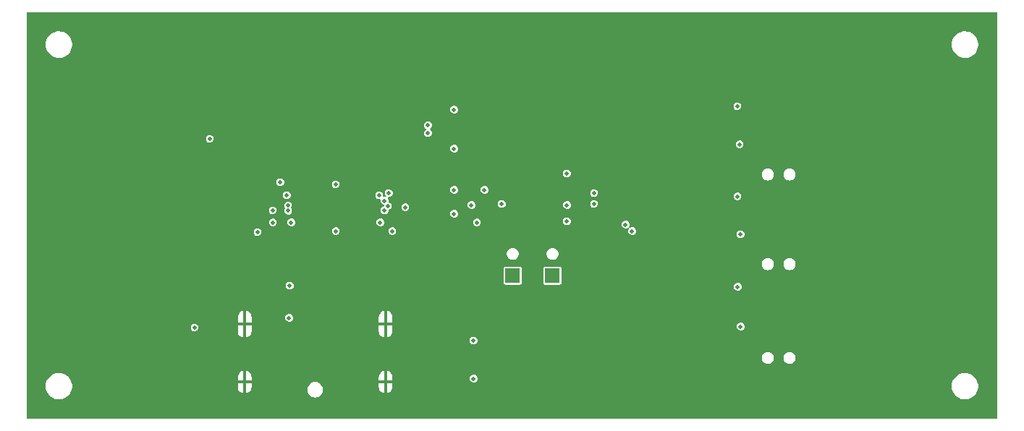
<source format=gbr>
G04 #@! TF.GenerationSoftware,KiCad,Pcbnew,(5.99.0-2858-ga3fc028c9b)*
G04 #@! TF.CreationDate,2020-08-26T16:16:25+02:00*
G04 #@! TF.ProjectId,EDSCH0002-V2-A,45445343-4830-4303-9032-2d56322d412e,V2.0*
G04 #@! TF.SameCoordinates,PX3235458PY54a6c6c*
G04 #@! TF.FileFunction,Copper,L3,Inr*
G04 #@! TF.FilePolarity,Positive*
%FSLAX46Y46*%
G04 Gerber Fmt 4.6, Leading zero omitted, Abs format (unit mm)*
G04 Created by KiCad (PCBNEW (5.99.0-2858-ga3fc028c9b)) date 2020-08-26 16:16:25*
%MOMM*%
%LPD*%
G01*
G04 APERTURE LIST*
G04 #@! TA.AperFunction,ComponentPad*
%ADD10R,1.700000X1.700000*%
G04 #@! TD*
G04 #@! TA.AperFunction,ComponentPad*
%ADD11C,0.500000*%
G04 #@! TD*
G04 #@! TA.AperFunction,ViaPad*
%ADD12C,0.500000*%
G04 #@! TD*
G04 APERTURE END LIST*
D10*
X61730000Y16942000D03*
D11*
X38927000Y24794000D03*
X33927000Y24794000D03*
D10*
X57080000Y16942000D03*
D12*
X83242000Y31420000D03*
X90735000Y35039500D03*
X83525000Y9957000D03*
X89398000Y14900500D03*
X90735000Y14015000D03*
X89398000Y25361000D03*
X31299000Y31801000D03*
X34220000Y33071000D03*
X36760000Y33071000D03*
X40697000Y33071000D03*
X32569000Y35103000D03*
X36760000Y35103000D03*
X39427000Y35103000D03*
X40824000Y37389000D03*
X36760000Y37389000D03*
X32569000Y37389000D03*
X27235000Y37389000D03*
X32569000Y40437000D03*
X36760000Y40437000D03*
X40824000Y40437000D03*
X45142000Y40437000D03*
X45142000Y37389000D03*
X27235000Y40437000D03*
X42856000Y35103000D03*
X27235000Y33071000D03*
X32569000Y18212000D03*
X40316000Y18212000D03*
X36506000Y18212000D03*
X31299000Y19990000D03*
X28632000Y19990000D03*
X24949000Y19990000D03*
X24949000Y24943000D03*
X24949000Y28118000D03*
X24949000Y30404000D03*
X31299000Y29261000D03*
X41586000Y19990000D03*
X44507000Y19990000D03*
X48063000Y19990000D03*
X46920000Y24562000D03*
X48444000Y26467000D03*
X46920000Y28499000D03*
X41586000Y29261000D03*
X44761000Y29261000D03*
X64446000Y42342000D03*
X66478000Y42342000D03*
X69526000Y42342000D03*
X73580000Y42342000D03*
X77517000Y42342000D03*
X81589000Y42348000D03*
X85526000Y42348000D03*
X89590000Y42348000D03*
X93527000Y42348000D03*
X71390000Y42348000D03*
X75454000Y42348000D03*
X79391000Y42348000D03*
X83344000Y42348000D03*
X87408000Y42348000D03*
X91345000Y42348000D03*
X61652000Y26086000D03*
X61652000Y24181000D03*
X36125000Y42215000D03*
X56445000Y42342000D03*
X53524000Y4877000D03*
X10140800Y10795200D03*
X90735000Y24562000D03*
X61652000Y28118000D03*
X71050000Y30785000D03*
X27235000Y42088000D03*
X54667000Y25324000D03*
X37522000Y12243000D03*
X72701000Y22911000D03*
X67367000Y42342000D03*
X82353000Y15626000D03*
X97466000Y42342000D03*
X65075000Y30779000D03*
X17456000Y42088000D03*
X35998000Y12243000D03*
X51238000Y22403000D03*
X44507000Y42342000D03*
X20377000Y41961000D03*
X46412000Y42342000D03*
X36506000Y19609000D03*
X60509000Y42342000D03*
X54408000Y42347000D03*
X82353000Y36754000D03*
X31426000Y42215000D03*
X50476000Y42342000D03*
X82353000Y21641000D03*
X49460000Y42342000D03*
X51261000Y36350000D03*
X33331000Y42215000D03*
X82353000Y32182000D03*
X31934000Y15672000D03*
X36506000Y30150000D03*
X50349000Y25959000D03*
X53524000Y9322000D03*
X95408000Y42368000D03*
X40316000Y42342000D03*
X37141000Y42215000D03*
X51238000Y31801000D03*
X82353000Y26213000D03*
X58477000Y42342000D03*
X89398000Y35925000D03*
X47428000Y42342000D03*
X62414000Y42342000D03*
X72066000Y22149000D03*
X39046000Y12116000D03*
X52508000Y42342000D03*
X83496000Y20879000D03*
X34474000Y12243000D03*
X41205000Y42342000D03*
X82353000Y10973000D03*
X31172000Y23165000D03*
X29013000Y23165000D03*
X30664000Y26340000D03*
X29013000Y24562000D03*
X41586000Y23165000D03*
X42984000Y22149000D03*
X42602000Y26594000D03*
X41459000Y26340000D03*
X83369000Y26213000D03*
X52508000Y9322000D03*
X55810000Y25324000D03*
X71050000Y22149000D03*
X50222000Y31801000D03*
X83750000Y10973000D03*
X63430000Y25197000D03*
X83398000Y15626000D03*
X31000990Y15754990D03*
X52254000Y25197000D03*
X30918000Y11989000D03*
X44507000Y24943000D03*
X36379000Y27610000D03*
X19869000Y10846000D03*
X71050000Y22149000D03*
X52889000Y23165000D03*
X52508000Y4877000D03*
X70288000Y22911000D03*
X36379000Y22149000D03*
X63430000Y23292000D03*
X63430000Y28880000D03*
X83750000Y21768000D03*
X83623000Y32309000D03*
X83369000Y36754000D03*
X50222000Y36373000D03*
X47175000Y33645500D03*
X47175000Y34534500D03*
X42094000Y24562000D03*
X53778000Y26975000D03*
X42475000Y25070000D03*
X50222000Y26975000D03*
X50222000Y24181000D03*
X42094000Y25705000D03*
X27235000Y22022000D03*
X30809000Y24544000D03*
X66605000Y26594000D03*
X66605000Y25324000D03*
X29902000Y27864000D03*
X30788480Y25143651D03*
X21647000Y32944000D03*
G04 #@! TA.AperFunction,Conductor*
G36*
X113759191Y47781093D02*
G01*
X113800000Y47701000D01*
X113800001Y299000D01*
X113781094Y240809D01*
X113731594Y204845D01*
X113701001Y200000D01*
X299000Y200000D01*
X240809Y218907D01*
X200000Y299000D01*
X200000Y4016285D01*
X2445043Y4016285D01*
X2445043Y4016283D01*
X2462443Y3767462D01*
X2519399Y3524632D01*
X2519399Y3524630D01*
X2614445Y3294030D01*
X2745145Y3081581D01*
X2745152Y3081572D01*
X2908119Y2892775D01*
X2908126Y2892767D01*
X3099190Y2732445D01*
X3099199Y2732438D01*
X3313435Y2604728D01*
X3545349Y2512906D01*
X3788963Y2459345D01*
X4037989Y2445422D01*
X4286051Y2471494D01*
X4526752Y2536891D01*
X4753898Y2639929D01*
X4753905Y2639933D01*
X4961649Y2777958D01*
X4961648Y2777958D01*
X5144658Y2947425D01*
X5144668Y2947436D01*
X5298220Y3143974D01*
X5298227Y3143985D01*
X5418383Y3362549D01*
X5502054Y3597524D01*
X5547080Y3842853D01*
X5550033Y4124714D01*
X5516526Y4331599D01*
X24918801Y4331599D01*
X24918801Y3886473D01*
X24933745Y3753240D01*
X24933746Y3753234D01*
X24992768Y3583748D01*
X24992771Y3583743D01*
X25087879Y3431538D01*
X25214347Y3304184D01*
X25214350Y3304182D01*
X25365883Y3208016D01*
X25534963Y3147810D01*
X25534971Y3147808D01*
X25568800Y3143774D01*
X25568800Y4331599D01*
X25868800Y4331599D01*
X25868800Y3142914D01*
X25891677Y3145319D01*
X25891679Y3145319D01*
X26061574Y3203155D01*
X26061578Y3203157D01*
X26214441Y3297198D01*
X26342681Y3422781D01*
X26439904Y3573641D01*
X26477228Y3676191D01*
X33068800Y3676191D01*
X33068800Y3487009D01*
X33108135Y3301954D01*
X33108138Y3301947D01*
X33185079Y3129132D01*
X33185083Y3129125D01*
X33296290Y2976062D01*
X33296291Y2976061D01*
X33436877Y2849476D01*
X33436883Y2849472D01*
X33600711Y2754886D01*
X33600725Y2754879D01*
X33780644Y2696419D01*
X33968800Y2676643D01*
X34156956Y2696419D01*
X34336875Y2754879D01*
X34336889Y2754886D01*
X34500717Y2849472D01*
X34500723Y2849476D01*
X34641309Y2976061D01*
X34641310Y2976062D01*
X34752517Y3129125D01*
X34752521Y3129132D01*
X34829462Y3301947D01*
X34829465Y3301954D01*
X34868800Y3487009D01*
X34868800Y3676191D01*
X34829465Y3861246D01*
X34829462Y3861253D01*
X34752521Y4034068D01*
X34752517Y4034075D01*
X34641310Y4187138D01*
X34641309Y4187139D01*
X34500723Y4313724D01*
X34500717Y4313728D01*
X34469764Y4331599D01*
X41418801Y4331599D01*
X41418801Y3886473D01*
X41433745Y3753240D01*
X41433746Y3753234D01*
X41492768Y3583748D01*
X41492771Y3583743D01*
X41587879Y3431538D01*
X41714347Y3304184D01*
X41714350Y3304182D01*
X41865883Y3208016D01*
X42034963Y3147810D01*
X42034971Y3147808D01*
X42068800Y3143774D01*
X42068800Y4331599D01*
X42368800Y4331599D01*
X42368800Y3142914D01*
X42391677Y3145319D01*
X42391679Y3145319D01*
X42561574Y3203155D01*
X42561578Y3203157D01*
X42714441Y3297198D01*
X42842681Y3422781D01*
X42939904Y3573641D01*
X43001289Y3742297D01*
X43018800Y3889156D01*
X43018800Y4016285D01*
X108445043Y4016285D01*
X108445043Y4016283D01*
X108462443Y3767462D01*
X108519399Y3524632D01*
X108519399Y3524630D01*
X108614445Y3294030D01*
X108745145Y3081581D01*
X108745152Y3081572D01*
X108908119Y2892775D01*
X108908126Y2892767D01*
X109099190Y2732445D01*
X109099199Y2732438D01*
X109313435Y2604728D01*
X109545349Y2512906D01*
X109788963Y2459345D01*
X110037989Y2445422D01*
X110286051Y2471494D01*
X110526752Y2536891D01*
X110753898Y2639929D01*
X110753905Y2639933D01*
X110961649Y2777958D01*
X110961648Y2777958D01*
X111144658Y2947425D01*
X111144668Y2947436D01*
X111298220Y3143974D01*
X111298227Y3143985D01*
X111418383Y3362549D01*
X111502054Y3597524D01*
X111547080Y3842853D01*
X111550033Y4124714D01*
X111510155Y4370931D01*
X111431424Y4607603D01*
X111431424Y4607604D01*
X111315869Y4828640D01*
X111166456Y5028365D01*
X111166451Y5028370D01*
X110987040Y5201627D01*
X110782217Y5343983D01*
X110557284Y5451754D01*
X110317999Y5522181D01*
X110070556Y5553440D01*
X110070543Y5553440D01*
X109821268Y5544736D01*
X109576591Y5496288D01*
X109576585Y5496286D01*
X109342812Y5409347D01*
X109342809Y5409346D01*
X109125942Y5286148D01*
X108931548Y5129852D01*
X108931545Y5129850D01*
X108764654Y4944497D01*
X108629538Y4734840D01*
X108629537Y4734838D01*
X108529679Y4506273D01*
X108467650Y4264686D01*
X108445043Y4016285D01*
X43018800Y4016285D01*
X43018800Y4331599D01*
X43018799Y4331600D01*
X42368801Y4331600D01*
X42368800Y4331599D01*
X42068800Y4331599D01*
X42068799Y4331600D01*
X41418802Y4331600D01*
X41418801Y4331599D01*
X34469764Y4331599D01*
X34336889Y4408314D01*
X34336875Y4408321D01*
X34156956Y4466781D01*
X33968800Y4486557D01*
X33780644Y4466781D01*
X33600725Y4408321D01*
X33600711Y4408314D01*
X33436883Y4313728D01*
X33436877Y4313724D01*
X33296291Y4187139D01*
X33296290Y4187138D01*
X33185083Y4034075D01*
X33185079Y4034068D01*
X33108138Y3861253D01*
X33108135Y3861246D01*
X33068800Y3676191D01*
X26477228Y3676191D01*
X26501289Y3742297D01*
X26518800Y3889156D01*
X26518800Y4331599D01*
X26518799Y4331600D01*
X25868801Y4331600D01*
X25868800Y4331599D01*
X25568800Y4331599D01*
X25568799Y4331600D01*
X24918802Y4331600D01*
X24918801Y4331599D01*
X5516526Y4331599D01*
X5510155Y4370931D01*
X5431424Y4607603D01*
X5431424Y4607604D01*
X5315869Y4828640D01*
X5166456Y5028365D01*
X5166451Y5028370D01*
X5119156Y5074043D01*
X24918800Y5074043D01*
X24918800Y4631601D01*
X24918801Y4631600D01*
X25568799Y4631600D01*
X25568800Y4631601D01*
X25868800Y4631601D01*
X25868801Y4631600D01*
X26518799Y4631600D01*
X26518800Y4631601D01*
X26518800Y5074043D01*
X41418800Y5074043D01*
X41418800Y4631601D01*
X41418801Y4631600D01*
X42068799Y4631600D01*
X42068800Y4631601D01*
X42368800Y4631601D01*
X42368801Y4631600D01*
X43018799Y4631600D01*
X43018800Y4631601D01*
X43018800Y4882193D01*
X52050235Y4882193D01*
X52079057Y4717051D01*
X52165398Y4573355D01*
X52297678Y4470380D01*
X52458165Y4421927D01*
X52625326Y4434496D01*
X52625330Y4434497D01*
X52776759Y4506401D01*
X52776762Y4506404D01*
X52892156Y4628003D01*
X52956038Y4782992D01*
X52958055Y4960820D01*
X52897708Y5117214D01*
X52897705Y5117219D01*
X52785101Y5241404D01*
X52785102Y5241404D01*
X52635337Y5316728D01*
X52468496Y5333086D01*
X52306958Y5288288D01*
X52172374Y5188337D01*
X52172371Y5188333D01*
X52082797Y5046640D01*
X52082796Y5046638D01*
X52050236Y4882198D01*
X52050235Y4882193D01*
X43018800Y4882193D01*
X43018800Y5076727D01*
X43003856Y5209960D01*
X43003855Y5209966D01*
X42944833Y5379452D01*
X42944830Y5379457D01*
X42849723Y5531661D01*
X42849720Y5531664D01*
X42723253Y5659016D01*
X42723250Y5659018D01*
X42571717Y5755184D01*
X42402637Y5815390D01*
X42402629Y5815392D01*
X42368800Y5819426D01*
X42368800Y4631601D01*
X42068800Y4631601D01*
X42068800Y5820286D01*
X42045922Y5817881D01*
X41876026Y5760045D01*
X41876022Y5760043D01*
X41723158Y5666001D01*
X41723149Y5665994D01*
X41594926Y5540427D01*
X41594919Y5540418D01*
X41497696Y5389558D01*
X41436311Y5220902D01*
X41418800Y5074043D01*
X26518800Y5074043D01*
X26518800Y5076727D01*
X26503856Y5209960D01*
X26503855Y5209966D01*
X26444833Y5379452D01*
X26444830Y5379457D01*
X26349723Y5531661D01*
X26349720Y5531664D01*
X26223253Y5659016D01*
X26223250Y5659018D01*
X26071717Y5755184D01*
X25902637Y5815390D01*
X25902629Y5815392D01*
X25868800Y5819426D01*
X25868800Y4631601D01*
X25568800Y4631601D01*
X25568800Y5820286D01*
X25545922Y5817881D01*
X25376026Y5760045D01*
X25376022Y5760043D01*
X25223158Y5666001D01*
X25223149Y5665994D01*
X25094926Y5540427D01*
X25094919Y5540418D01*
X24997696Y5389558D01*
X24936311Y5220902D01*
X24918800Y5074043D01*
X5119156Y5074043D01*
X4987040Y5201627D01*
X4782217Y5343983D01*
X4557284Y5451754D01*
X4317999Y5522181D01*
X4070556Y5553440D01*
X4070543Y5553440D01*
X3821268Y5544736D01*
X3576591Y5496288D01*
X3576585Y5496286D01*
X3342812Y5409347D01*
X3342809Y5409346D01*
X3125942Y5286148D01*
X2931548Y5129852D01*
X2931545Y5129850D01*
X2764654Y4944497D01*
X2629538Y4734840D01*
X2629537Y4734838D01*
X2529679Y4506273D01*
X2467650Y4264686D01*
X2445043Y4016285D01*
X200000Y4016285D01*
X200000Y7212620D01*
X86224118Y7212620D01*
X86262806Y7047672D01*
X86339724Y6896712D01*
X86450430Y6768457D01*
X86588538Y6670309D01*
X86588539Y6670308D01*
X86746061Y6607942D01*
X86746069Y6607939D01*
X86913923Y6584946D01*
X86913925Y6584946D01*
X87082424Y6602656D01*
X87241834Y6660047D01*
X87241834Y6660048D01*
X87382954Y6753809D01*
X87497632Y6878519D01*
X87497634Y6878522D01*
X87579254Y7026989D01*
X87623105Y7190642D01*
X87623335Y7212620D01*
X88764118Y7212620D01*
X88802806Y7047672D01*
X88879724Y6896712D01*
X88990430Y6768457D01*
X89128538Y6670309D01*
X89128539Y6670308D01*
X89286061Y6607942D01*
X89286069Y6607939D01*
X89453923Y6584946D01*
X89453925Y6584946D01*
X89622424Y6602656D01*
X89781834Y6660047D01*
X89781834Y6660048D01*
X89922954Y6753809D01*
X90037632Y6878519D01*
X90037634Y6878522D01*
X90119254Y7026989D01*
X90163105Y7190642D01*
X90165034Y7374714D01*
X90165033Y7374716D01*
X90124622Y7539246D01*
X90124620Y7539249D01*
X90046127Y7689394D01*
X90046126Y7689395D01*
X89934082Y7816484D01*
X89794955Y7913179D01*
X89636787Y7973895D01*
X89636778Y7973898D01*
X89468697Y7995130D01*
X89468688Y7995130D01*
X89300389Y7975658D01*
X89141586Y7916599D01*
X89001456Y7821366D01*
X88888088Y7695459D01*
X88808025Y7546141D01*
X88765892Y7382040D01*
X88764118Y7212620D01*
X87623335Y7212620D01*
X87625034Y7374714D01*
X87625033Y7374716D01*
X87584622Y7539246D01*
X87584620Y7539249D01*
X87506127Y7689394D01*
X87506126Y7689395D01*
X87394082Y7816484D01*
X87254955Y7913179D01*
X87096787Y7973895D01*
X87096778Y7973898D01*
X86928697Y7995130D01*
X86928688Y7995130D01*
X86760389Y7975658D01*
X86601586Y7916599D01*
X86461456Y7821366D01*
X86348088Y7695459D01*
X86268025Y7546141D01*
X86225892Y7382040D01*
X86224118Y7212620D01*
X200000Y7212620D01*
X200000Y9327193D01*
X52050235Y9327193D01*
X52079057Y9162051D01*
X52165398Y9018355D01*
X52297678Y8915380D01*
X52458165Y8866927D01*
X52625326Y8879496D01*
X52625330Y8879497D01*
X52776759Y8951401D01*
X52776762Y8951404D01*
X52892156Y9073003D01*
X52956038Y9227992D01*
X52958055Y9405820D01*
X52897708Y9562214D01*
X52897705Y9562219D01*
X52785101Y9686404D01*
X52785102Y9686404D01*
X52635337Y9761728D01*
X52468496Y9778086D01*
X52306958Y9733288D01*
X52172374Y9633337D01*
X52172371Y9633333D01*
X52082797Y9491640D01*
X52082796Y9491638D01*
X52050236Y9327198D01*
X52050235Y9327193D01*
X200000Y9327193D01*
X200000Y10851193D01*
X19411235Y10851193D01*
X19440057Y10686051D01*
X19526398Y10542355D01*
X19658678Y10439380D01*
X19819165Y10390927D01*
X19986326Y10403496D01*
X19986330Y10403497D01*
X20137759Y10475401D01*
X20137762Y10475404D01*
X20253156Y10597003D01*
X20317038Y10751992D01*
X20319055Y10929820D01*
X20258708Y11086214D01*
X20258705Y11086219D01*
X20235692Y11111599D01*
X24918801Y11111599D01*
X24918801Y10416473D01*
X24933745Y10283240D01*
X24933746Y10283234D01*
X24992768Y10113748D01*
X24992771Y10113743D01*
X25087879Y9961538D01*
X25214347Y9834184D01*
X25214350Y9834182D01*
X25365883Y9738016D01*
X25534963Y9677810D01*
X25534971Y9677808D01*
X25568800Y9673774D01*
X25568800Y11111599D01*
X25868800Y11111599D01*
X25868800Y9672914D01*
X25891677Y9675319D01*
X25891679Y9675319D01*
X26061574Y9733155D01*
X26061578Y9733157D01*
X26214441Y9827198D01*
X26342681Y9952781D01*
X26439904Y10103641D01*
X26501289Y10272297D01*
X26518800Y10419156D01*
X26518800Y11111599D01*
X41418801Y11111599D01*
X41418801Y10416473D01*
X41433745Y10283240D01*
X41433746Y10283234D01*
X41492768Y10113748D01*
X41492771Y10113743D01*
X41587879Y9961538D01*
X41714347Y9834184D01*
X41714350Y9834182D01*
X41865883Y9738016D01*
X42034963Y9677810D01*
X42034971Y9677808D01*
X42068800Y9673774D01*
X42068800Y11111599D01*
X42368800Y11111599D01*
X42368800Y9672914D01*
X42391677Y9675319D01*
X42391679Y9675319D01*
X42561574Y9733155D01*
X42561578Y9733157D01*
X42714441Y9827198D01*
X42842681Y9952781D01*
X42939904Y10103641D01*
X43001289Y10272297D01*
X43018800Y10419156D01*
X43018800Y10978193D01*
X83292235Y10978193D01*
X83321057Y10813051D01*
X83407398Y10669355D01*
X83539678Y10566380D01*
X83700165Y10517927D01*
X83867326Y10530496D01*
X83867330Y10530497D01*
X84018759Y10602401D01*
X84018762Y10602404D01*
X84134156Y10724003D01*
X84198038Y10878992D01*
X84200055Y11056820D01*
X84139708Y11213214D01*
X84139705Y11213219D01*
X84027101Y11337404D01*
X84027102Y11337404D01*
X83877337Y11412728D01*
X83710496Y11429086D01*
X83548958Y11384288D01*
X83414374Y11284337D01*
X83414371Y11284333D01*
X83324797Y11142640D01*
X83324796Y11142638D01*
X83292236Y10978198D01*
X83292235Y10978193D01*
X43018800Y10978193D01*
X43018800Y11111599D01*
X43018799Y11111600D01*
X42368801Y11111600D01*
X42368800Y11111599D01*
X42068800Y11111599D01*
X42068799Y11111600D01*
X41418802Y11111600D01*
X41418801Y11111599D01*
X26518800Y11111599D01*
X26518799Y11111600D01*
X25868801Y11111600D01*
X25868800Y11111599D01*
X25568800Y11111599D01*
X25568799Y11111600D01*
X24918802Y11111600D01*
X24918801Y11111599D01*
X20235692Y11111599D01*
X20146101Y11210404D01*
X20146102Y11210404D01*
X19996337Y11285728D01*
X19829496Y11302086D01*
X19667958Y11257288D01*
X19533374Y11157337D01*
X19533371Y11157333D01*
X19443797Y11015640D01*
X19443796Y11015638D01*
X19411236Y10851198D01*
X19411235Y10851193D01*
X200000Y10851193D01*
X200000Y12104043D01*
X24918800Y12104043D01*
X24918800Y11411601D01*
X24918801Y11411600D01*
X25568799Y11411600D01*
X25568800Y11411601D01*
X25868800Y11411601D01*
X25868801Y11411600D01*
X26518799Y11411600D01*
X26518800Y11411601D01*
X26518800Y11994193D01*
X30460235Y11994193D01*
X30489057Y11829051D01*
X30575398Y11685355D01*
X30707678Y11582380D01*
X30868165Y11533927D01*
X31035326Y11546496D01*
X31035330Y11546497D01*
X31186759Y11618401D01*
X31186762Y11618404D01*
X31302156Y11740003D01*
X31366038Y11894992D01*
X31368055Y12072820D01*
X31356008Y12104043D01*
X41418800Y12104043D01*
X41418800Y11411601D01*
X41418801Y11411600D01*
X42068799Y11411600D01*
X42068800Y11411601D01*
X42368800Y11411601D01*
X42368801Y11411600D01*
X43018799Y11411600D01*
X43018800Y11411601D01*
X43018800Y12106727D01*
X43003856Y12239960D01*
X43003855Y12239966D01*
X42944833Y12409452D01*
X42944830Y12409457D01*
X42849723Y12561661D01*
X42849720Y12561664D01*
X42723253Y12689016D01*
X42723250Y12689018D01*
X42571717Y12785184D01*
X42402637Y12845390D01*
X42402629Y12845392D01*
X42368800Y12849426D01*
X42368800Y11411601D01*
X42068800Y11411601D01*
X42068800Y12850286D01*
X42045922Y12847881D01*
X41876026Y12790045D01*
X41876022Y12790043D01*
X41723158Y12696001D01*
X41723149Y12695994D01*
X41594926Y12570427D01*
X41594919Y12570418D01*
X41497696Y12419558D01*
X41436311Y12250902D01*
X41418800Y12104043D01*
X31356008Y12104043D01*
X31307708Y12229214D01*
X31307705Y12229219D01*
X31195101Y12353404D01*
X31195102Y12353404D01*
X31045337Y12428728D01*
X30878496Y12445086D01*
X30716958Y12400288D01*
X30582374Y12300337D01*
X30582371Y12300333D01*
X30492797Y12158640D01*
X30492796Y12158638D01*
X30460236Y11994198D01*
X30460235Y11994193D01*
X26518800Y11994193D01*
X26518800Y12106727D01*
X26503856Y12239960D01*
X26503855Y12239966D01*
X26444833Y12409452D01*
X26444830Y12409457D01*
X26349723Y12561661D01*
X26349720Y12561664D01*
X26223253Y12689016D01*
X26223250Y12689018D01*
X26071717Y12785184D01*
X25902637Y12845390D01*
X25902629Y12845392D01*
X25868800Y12849426D01*
X25868800Y11411601D01*
X25568800Y11411601D01*
X25568800Y12850286D01*
X25545922Y12847881D01*
X25376026Y12790045D01*
X25376022Y12790043D01*
X25223158Y12696001D01*
X25223149Y12695994D01*
X25094926Y12570427D01*
X25094919Y12570418D01*
X24997696Y12419558D01*
X24936311Y12250902D01*
X24918800Y12104043D01*
X200000Y12104043D01*
X200000Y15760183D01*
X30543225Y15760183D01*
X30572047Y15595041D01*
X30658388Y15451345D01*
X30790668Y15348370D01*
X30951155Y15299917D01*
X31118316Y15312486D01*
X31118320Y15312487D01*
X31269749Y15384391D01*
X31269752Y15384394D01*
X31385146Y15505993D01*
X31436749Y15631193D01*
X82940235Y15631193D01*
X82969057Y15466051D01*
X83055398Y15322355D01*
X83187678Y15219380D01*
X83348165Y15170927D01*
X83515326Y15183496D01*
X83515330Y15183497D01*
X83666759Y15255401D01*
X83666762Y15255404D01*
X83782156Y15377003D01*
X83846038Y15531992D01*
X83848055Y15709820D01*
X83787708Y15866214D01*
X83787705Y15866219D01*
X83675101Y15990404D01*
X83675102Y15990404D01*
X83525337Y16065728D01*
X83358496Y16082086D01*
X83196958Y16037288D01*
X83062374Y15937337D01*
X83062371Y15937333D01*
X82972797Y15795640D01*
X82972796Y15795638D01*
X82940236Y15631198D01*
X82940235Y15631193D01*
X31436749Y15631193D01*
X31449028Y15660982D01*
X31451045Y15838810D01*
X31390698Y15995204D01*
X31390695Y15995209D01*
X31278091Y16119394D01*
X31278092Y16119394D01*
X31128327Y16194718D01*
X30961486Y16211076D01*
X30799948Y16166278D01*
X30665364Y16066327D01*
X30665361Y16066323D01*
X30575787Y15924630D01*
X30575786Y15924628D01*
X30543226Y15760188D01*
X30543225Y15760183D01*
X200000Y15760183D01*
X200000Y17792003D01*
X56026082Y17792003D01*
X56026082Y16091997D01*
X56041604Y16013964D01*
X56085806Y15947811D01*
X56085811Y15947806D01*
X56151964Y15903604D01*
X56229997Y15888082D01*
X57930003Y15888082D01*
X58008037Y15903604D01*
X58008036Y15903604D01*
X58074189Y15947806D01*
X58074194Y15947811D01*
X58118396Y16013964D01*
X58133918Y16091997D01*
X58133918Y17792003D01*
X60676082Y17792003D01*
X60676082Y16091997D01*
X60691604Y16013964D01*
X60735806Y15947811D01*
X60735811Y15947806D01*
X60801964Y15903604D01*
X60879997Y15888082D01*
X62580003Y15888082D01*
X62658037Y15903604D01*
X62658036Y15903604D01*
X62724189Y15947806D01*
X62724194Y15947811D01*
X62768396Y16013964D01*
X62783918Y16091997D01*
X62783918Y17792003D01*
X62768396Y17870036D01*
X62724194Y17936189D01*
X62724189Y17936194D01*
X62658036Y17980396D01*
X62658037Y17980396D01*
X62580003Y17995918D01*
X60879997Y17995918D01*
X60801964Y17980396D01*
X60735811Y17936194D01*
X60735806Y17936189D01*
X60691604Y17870036D01*
X60676082Y17792003D01*
X58133918Y17792003D01*
X58118396Y17870036D01*
X58074194Y17936189D01*
X58074189Y17936194D01*
X58008036Y17980396D01*
X58008037Y17980396D01*
X57930003Y17995918D01*
X56229997Y17995918D01*
X56151964Y17980396D01*
X56085811Y17936194D01*
X56085806Y17936189D01*
X56041604Y17870036D01*
X56026082Y17792003D01*
X200000Y17792003D01*
X200000Y18209620D01*
X86224118Y18209620D01*
X86262806Y18044672D01*
X86339724Y17893712D01*
X86450430Y17765457D01*
X86588538Y17667309D01*
X86588539Y17667308D01*
X86746061Y17604942D01*
X86746069Y17604939D01*
X86913923Y17581946D01*
X86913925Y17581946D01*
X87082424Y17599656D01*
X87241834Y17657047D01*
X87241834Y17657048D01*
X87382954Y17750809D01*
X87497632Y17875519D01*
X87497634Y17875522D01*
X87579254Y18023989D01*
X87623105Y18187642D01*
X87623335Y18209620D01*
X88764118Y18209620D01*
X88802806Y18044672D01*
X88879724Y17893712D01*
X88990430Y17765457D01*
X89128538Y17667309D01*
X89128539Y17667308D01*
X89286061Y17604942D01*
X89286069Y17604939D01*
X89453923Y17581946D01*
X89453925Y17581946D01*
X89622424Y17599656D01*
X89781834Y17657047D01*
X89781834Y17657048D01*
X89922954Y17750809D01*
X90037632Y17875519D01*
X90037634Y17875522D01*
X90119254Y18023989D01*
X90163105Y18187642D01*
X90165034Y18371714D01*
X90165033Y18371716D01*
X90124622Y18536246D01*
X90124620Y18536249D01*
X90046127Y18686394D01*
X90046126Y18686395D01*
X89934082Y18813484D01*
X89794955Y18910179D01*
X89636787Y18970895D01*
X89636778Y18970898D01*
X89468697Y18992130D01*
X89468688Y18992130D01*
X89300389Y18972658D01*
X89141586Y18913599D01*
X89001456Y18818366D01*
X88888088Y18692459D01*
X88808025Y18543141D01*
X88765892Y18379040D01*
X88764118Y18209620D01*
X87623335Y18209620D01*
X87625034Y18371714D01*
X87625033Y18371716D01*
X87584622Y18536246D01*
X87584620Y18536249D01*
X87506127Y18686394D01*
X87506126Y18686395D01*
X87394082Y18813484D01*
X87254955Y18910179D01*
X87096787Y18970895D01*
X87096778Y18970898D01*
X86928697Y18992130D01*
X86928688Y18992130D01*
X86760389Y18972658D01*
X86601586Y18913599D01*
X86461456Y18818366D01*
X86348088Y18692459D01*
X86268025Y18543141D01*
X86225892Y18379040D01*
X86224118Y18209620D01*
X200000Y18209620D01*
X200000Y19404620D01*
X56379118Y19404620D01*
X56417806Y19239672D01*
X56494724Y19088712D01*
X56605430Y18960457D01*
X56743538Y18862309D01*
X56743539Y18862308D01*
X56901061Y18799942D01*
X56901069Y18799939D01*
X57068923Y18776946D01*
X57068925Y18776946D01*
X57237424Y18794656D01*
X57396834Y18852047D01*
X57396834Y18852048D01*
X57537954Y18945809D01*
X57652632Y19070519D01*
X57652634Y19070522D01*
X57734254Y19218989D01*
X57778105Y19382642D01*
X57778335Y19404620D01*
X61029118Y19404620D01*
X61067806Y19239672D01*
X61144724Y19088712D01*
X61255430Y18960457D01*
X61393538Y18862309D01*
X61393539Y18862308D01*
X61551061Y18799942D01*
X61551069Y18799939D01*
X61718923Y18776946D01*
X61718925Y18776946D01*
X61887424Y18794656D01*
X62046834Y18852047D01*
X62046834Y18852048D01*
X62187954Y18945809D01*
X62302632Y19070519D01*
X62302634Y19070522D01*
X62384254Y19218989D01*
X62428105Y19382642D01*
X62430034Y19566714D01*
X62430033Y19566716D01*
X62389622Y19731246D01*
X62389620Y19731249D01*
X62311127Y19881394D01*
X62311126Y19881395D01*
X62199082Y20008484D01*
X62059955Y20105179D01*
X61901787Y20165895D01*
X61901778Y20165898D01*
X61733697Y20187130D01*
X61733688Y20187130D01*
X61565389Y20167658D01*
X61406586Y20108599D01*
X61266456Y20013366D01*
X61153088Y19887459D01*
X61073025Y19738141D01*
X61030892Y19574040D01*
X61029118Y19404620D01*
X57778335Y19404620D01*
X57780034Y19566714D01*
X57780033Y19566716D01*
X57739622Y19731246D01*
X57739620Y19731249D01*
X57661127Y19881394D01*
X57661126Y19881395D01*
X57549082Y20008484D01*
X57409955Y20105179D01*
X57251787Y20165895D01*
X57251778Y20165898D01*
X57083697Y20187130D01*
X57083688Y20187130D01*
X56915389Y20167658D01*
X56756586Y20108599D01*
X56616456Y20013366D01*
X56503088Y19887459D01*
X56423025Y19738141D01*
X56380892Y19574040D01*
X56379118Y19404620D01*
X200000Y19404620D01*
X200000Y22027193D01*
X26777235Y22027193D01*
X26806057Y21862051D01*
X26892398Y21718355D01*
X27024678Y21615380D01*
X27185165Y21566927D01*
X27352326Y21579496D01*
X27352330Y21579497D01*
X27503759Y21651401D01*
X27503762Y21651404D01*
X27619156Y21773003D01*
X27683038Y21927992D01*
X27685055Y22105820D01*
X27666390Y22154193D01*
X35921235Y22154193D01*
X35950057Y21989051D01*
X36036398Y21845355D01*
X36168678Y21742380D01*
X36329165Y21693927D01*
X36496326Y21706496D01*
X36496330Y21706497D01*
X36647759Y21778401D01*
X36647762Y21778404D01*
X36763156Y21900003D01*
X36827038Y22054992D01*
X36828163Y22154193D01*
X42526235Y22154193D01*
X42555057Y21989051D01*
X42641398Y21845355D01*
X42773678Y21742380D01*
X42934165Y21693927D01*
X43101326Y21706496D01*
X43101330Y21706497D01*
X43252759Y21778401D01*
X43252762Y21778404D01*
X43368156Y21900003D01*
X43432038Y22054992D01*
X43434055Y22232820D01*
X43373708Y22389214D01*
X43373705Y22389219D01*
X43261101Y22513404D01*
X43261102Y22513404D01*
X43111337Y22588728D01*
X42944496Y22605086D01*
X42782958Y22560288D01*
X42648374Y22460337D01*
X42648371Y22460333D01*
X42558797Y22318640D01*
X42558796Y22318638D01*
X42526236Y22154198D01*
X42526235Y22154193D01*
X36828163Y22154193D01*
X36829055Y22232820D01*
X36768708Y22389214D01*
X36768705Y22389219D01*
X36656101Y22513404D01*
X36656102Y22513404D01*
X36506337Y22588728D01*
X36339496Y22605086D01*
X36177958Y22560288D01*
X36043374Y22460337D01*
X36043371Y22460333D01*
X35953797Y22318640D01*
X35953796Y22318638D01*
X35921236Y22154198D01*
X35921235Y22154193D01*
X27666390Y22154193D01*
X27624708Y22262214D01*
X27624705Y22262219D01*
X27512101Y22386404D01*
X27512102Y22386404D01*
X27362337Y22461728D01*
X27195496Y22478086D01*
X27033958Y22433288D01*
X26899374Y22333337D01*
X26899371Y22333333D01*
X26809797Y22191640D01*
X26809796Y22191638D01*
X26777236Y22027198D01*
X26777235Y22027193D01*
X200000Y22027193D01*
X200000Y23170193D01*
X28555235Y23170193D01*
X28584057Y23005051D01*
X28670398Y22861355D01*
X28802678Y22758380D01*
X28963165Y22709927D01*
X29130326Y22722496D01*
X29130330Y22722497D01*
X29281759Y22794401D01*
X29281762Y22794404D01*
X29397156Y22916003D01*
X29461038Y23070992D01*
X29462163Y23170193D01*
X30714235Y23170193D01*
X30743057Y23005051D01*
X30829398Y22861355D01*
X30961678Y22758380D01*
X31122165Y22709927D01*
X31289326Y22722496D01*
X31289330Y22722497D01*
X31440759Y22794401D01*
X31440762Y22794404D01*
X31556156Y22916003D01*
X31620038Y23070992D01*
X31621163Y23170193D01*
X41128235Y23170193D01*
X41157057Y23005051D01*
X41243398Y22861355D01*
X41375678Y22758380D01*
X41536165Y22709927D01*
X41703326Y22722496D01*
X41703330Y22722497D01*
X41854759Y22794401D01*
X41854762Y22794404D01*
X41970156Y22916003D01*
X42034038Y23070992D01*
X42035163Y23170193D01*
X52431235Y23170193D01*
X52460057Y23005051D01*
X52546398Y22861355D01*
X52678678Y22758380D01*
X52839165Y22709927D01*
X53006326Y22722496D01*
X53006330Y22722497D01*
X53157759Y22794401D01*
X53157762Y22794404D01*
X53273156Y22916003D01*
X53337038Y23070992D01*
X53339055Y23248820D01*
X53320390Y23297193D01*
X62972235Y23297193D01*
X63001057Y23132051D01*
X63087398Y22988355D01*
X63219678Y22885380D01*
X63380165Y22836927D01*
X63547326Y22849496D01*
X63547330Y22849497D01*
X63687791Y22916193D01*
X69830235Y22916193D01*
X69859057Y22751051D01*
X69945398Y22607355D01*
X70077678Y22504380D01*
X70238165Y22455927D01*
X70405326Y22468496D01*
X70405330Y22468497D01*
X70545479Y22535045D01*
X70606155Y22542926D01*
X70659875Y22513637D01*
X70686119Y22458366D01*
X70671625Y22392714D01*
X70624796Y22318638D01*
X70592236Y22154198D01*
X70592235Y22154193D01*
X70621057Y21989051D01*
X70707398Y21845355D01*
X70839678Y21742380D01*
X71000165Y21693927D01*
X71167326Y21706496D01*
X71167330Y21706497D01*
X71307791Y21773193D01*
X83292235Y21773193D01*
X83321057Y21608051D01*
X83407398Y21464355D01*
X83539678Y21361380D01*
X83700165Y21312927D01*
X83867326Y21325496D01*
X83867330Y21325497D01*
X84018759Y21397401D01*
X84018762Y21397404D01*
X84134156Y21519003D01*
X84198038Y21673992D01*
X84200055Y21851820D01*
X84139708Y22008214D01*
X84139705Y22008219D01*
X84027101Y22132404D01*
X84027102Y22132404D01*
X83877337Y22207728D01*
X83710496Y22224086D01*
X83548958Y22179288D01*
X83414374Y22079337D01*
X83414371Y22079333D01*
X83324797Y21937640D01*
X83324796Y21937638D01*
X83292236Y21773198D01*
X83292235Y21773193D01*
X71307791Y21773193D01*
X71318759Y21778401D01*
X71318762Y21778404D01*
X71434156Y21900003D01*
X71498038Y22054992D01*
X71500055Y22232820D01*
X71439708Y22389214D01*
X71439705Y22389219D01*
X71327101Y22513404D01*
X71327102Y22513404D01*
X71177337Y22588728D01*
X71010496Y22605086D01*
X70848958Y22560288D01*
X70820335Y22539031D01*
X70762345Y22519515D01*
X70703960Y22537813D01*
X70667480Y22586933D01*
X70669779Y22656236D01*
X70736038Y22816992D01*
X70738055Y22994820D01*
X70677708Y23151214D01*
X70677705Y23151219D01*
X70565101Y23275404D01*
X70565102Y23275404D01*
X70415337Y23350728D01*
X70248496Y23367086D01*
X70086958Y23322288D01*
X69952374Y23222337D01*
X69952371Y23222333D01*
X69862797Y23080640D01*
X69862796Y23080638D01*
X69830236Y22916198D01*
X69830235Y22916193D01*
X63687791Y22916193D01*
X63698759Y22921401D01*
X63698762Y22921404D01*
X63814156Y23043003D01*
X63878038Y23197992D01*
X63880055Y23375820D01*
X63819708Y23532214D01*
X63819705Y23532219D01*
X63707101Y23656404D01*
X63707102Y23656404D01*
X63557337Y23731728D01*
X63390496Y23748086D01*
X63228958Y23703288D01*
X63094374Y23603337D01*
X63094371Y23603333D01*
X63004797Y23461640D01*
X63004796Y23461638D01*
X62972236Y23297198D01*
X62972235Y23297193D01*
X53320390Y23297193D01*
X53278708Y23405214D01*
X53278705Y23405219D01*
X53166101Y23529404D01*
X53166102Y23529404D01*
X53016337Y23604728D01*
X52849496Y23621086D01*
X52687958Y23576288D01*
X52553374Y23476337D01*
X52553371Y23476333D01*
X52463797Y23334640D01*
X52463796Y23334638D01*
X52431236Y23170198D01*
X52431235Y23170193D01*
X42035163Y23170193D01*
X42036055Y23248820D01*
X41975708Y23405214D01*
X41975705Y23405219D01*
X41863101Y23529404D01*
X41863102Y23529404D01*
X41713337Y23604728D01*
X41546496Y23621086D01*
X41384958Y23576288D01*
X41250374Y23476337D01*
X41250371Y23476333D01*
X41160797Y23334640D01*
X41160796Y23334638D01*
X41128236Y23170198D01*
X41128235Y23170193D01*
X31621163Y23170193D01*
X31622055Y23248820D01*
X31561708Y23405214D01*
X31561705Y23405219D01*
X31449101Y23529404D01*
X31449102Y23529404D01*
X31299337Y23604728D01*
X31132496Y23621086D01*
X30970958Y23576288D01*
X30836374Y23476337D01*
X30836371Y23476333D01*
X30746797Y23334640D01*
X30746796Y23334638D01*
X30714236Y23170198D01*
X30714235Y23170193D01*
X29462163Y23170193D01*
X29463055Y23248820D01*
X29402708Y23405214D01*
X29402705Y23405219D01*
X29290101Y23529404D01*
X29290102Y23529404D01*
X29140337Y23604728D01*
X28973496Y23621086D01*
X28811958Y23576288D01*
X28677374Y23476337D01*
X28677371Y23476333D01*
X28587797Y23334640D01*
X28587796Y23334638D01*
X28555236Y23170198D01*
X28555235Y23170193D01*
X200000Y23170193D01*
X200000Y24567193D01*
X28555235Y24567193D01*
X28584057Y24402051D01*
X28670398Y24258355D01*
X28802678Y24155380D01*
X28963165Y24106927D01*
X29130326Y24119496D01*
X29130330Y24119497D01*
X29281759Y24191401D01*
X29281762Y24191404D01*
X29397156Y24313003D01*
X29461038Y24467992D01*
X29463055Y24645820D01*
X29402708Y24802214D01*
X29402705Y24802219D01*
X29290101Y24926404D01*
X29290102Y24926404D01*
X29140337Y25001728D01*
X28973496Y25018086D01*
X28811958Y24973288D01*
X28677374Y24873337D01*
X28677371Y24873333D01*
X28587797Y24731640D01*
X28587796Y24731638D01*
X28555236Y24567198D01*
X28555235Y24567193D01*
X200000Y24567193D01*
X200000Y25148844D01*
X30330715Y25148844D01*
X30359537Y24983702D01*
X30423125Y24877875D01*
X30436888Y24818258D01*
X30421946Y24773985D01*
X30383796Y24713638D01*
X30351236Y24549198D01*
X30351235Y24549193D01*
X30380057Y24384051D01*
X30466398Y24240355D01*
X30598678Y24137380D01*
X30759165Y24088927D01*
X30926326Y24101496D01*
X30926330Y24101497D01*
X31077759Y24173401D01*
X31077762Y24173404D01*
X31193156Y24295003D01*
X31257038Y24449992D01*
X31259055Y24627820D01*
X31198706Y24784218D01*
X31191531Y24792131D01*
X31166448Y24847939D01*
X31173339Y24896359D01*
X31236518Y25049643D01*
X31238535Y25227471D01*
X31178188Y25383865D01*
X31178185Y25383870D01*
X31065581Y25508055D01*
X31065582Y25508055D01*
X30915817Y25583379D01*
X30748976Y25599737D01*
X30587438Y25554939D01*
X30452854Y25454988D01*
X30452851Y25454984D01*
X30363277Y25313291D01*
X30363276Y25313289D01*
X30330716Y25148849D01*
X30330715Y25148844D01*
X200000Y25148844D01*
X200000Y26345193D01*
X30206235Y26345193D01*
X30235057Y26180051D01*
X30321398Y26036355D01*
X30453678Y25933380D01*
X30614165Y25884927D01*
X30781326Y25897496D01*
X30781330Y25897497D01*
X30932759Y25969401D01*
X30932762Y25969404D01*
X31048156Y26091003D01*
X31112038Y26245992D01*
X31113163Y26345193D01*
X41001235Y26345193D01*
X41030057Y26180051D01*
X41116398Y26036355D01*
X41248678Y25933380D01*
X41409165Y25884927D01*
X41544963Y25895137D01*
X41604408Y25880646D01*
X41643982Y25833982D01*
X41649500Y25777186D01*
X41636236Y25710198D01*
X41636235Y25710193D01*
X41665057Y25545051D01*
X41751398Y25401355D01*
X41883680Y25298379D01*
X41965465Y25273686D01*
X42015707Y25238767D01*
X42033965Y25159683D01*
X42015460Y25066227D01*
X42012225Y25066867D01*
X41997751Y25023969D01*
X41944774Y24987658D01*
X41892958Y24973288D01*
X41758374Y24873337D01*
X41758371Y24873333D01*
X41668797Y24731640D01*
X41668796Y24731638D01*
X41636236Y24567198D01*
X41636235Y24567193D01*
X41665057Y24402051D01*
X41751398Y24258355D01*
X41883678Y24155380D01*
X42044165Y24106927D01*
X42211326Y24119496D01*
X42211330Y24119497D01*
X42351791Y24186193D01*
X49764235Y24186193D01*
X49793057Y24021051D01*
X49879398Y23877355D01*
X50011678Y23774380D01*
X50172165Y23725927D01*
X50339326Y23738496D01*
X50339330Y23738497D01*
X50490759Y23810401D01*
X50490762Y23810404D01*
X50606156Y23932003D01*
X50670038Y24086992D01*
X50672055Y24264820D01*
X50611708Y24421214D01*
X50611705Y24421219D01*
X50499101Y24545404D01*
X50499102Y24545404D01*
X50349337Y24620728D01*
X50182496Y24637086D01*
X50020958Y24592288D01*
X49886374Y24492337D01*
X49886371Y24492333D01*
X49796797Y24350640D01*
X49796796Y24350638D01*
X49764236Y24186198D01*
X49764235Y24186193D01*
X42351791Y24186193D01*
X42362759Y24191401D01*
X42362762Y24191404D01*
X42478156Y24313003D01*
X42542038Y24467992D01*
X42542884Y24542553D01*
X42562451Y24600526D01*
X42599413Y24630860D01*
X42743759Y24699401D01*
X42743762Y24699404D01*
X42859156Y24821003D01*
X42911580Y24948193D01*
X44049235Y24948193D01*
X44078057Y24783051D01*
X44164398Y24639355D01*
X44296678Y24536380D01*
X44457165Y24487927D01*
X44624326Y24500496D01*
X44624330Y24500497D01*
X44775759Y24572401D01*
X44775762Y24572404D01*
X44891156Y24694003D01*
X44955038Y24848992D01*
X44957055Y25026820D01*
X44896708Y25183214D01*
X44896705Y25183219D01*
X44879501Y25202193D01*
X51796235Y25202193D01*
X51825057Y25037051D01*
X51911398Y24893355D01*
X52043678Y24790380D01*
X52204165Y24741927D01*
X52371326Y24754496D01*
X52371330Y24754497D01*
X52522759Y24826401D01*
X52522762Y24826404D01*
X52638156Y24948003D01*
X52702038Y25102992D01*
X52704055Y25280820D01*
X52685390Y25329193D01*
X55352235Y25329193D01*
X55381057Y25164051D01*
X55467398Y25020355D01*
X55599678Y24917380D01*
X55760165Y24868927D01*
X55927326Y24881496D01*
X55927330Y24881497D01*
X56078759Y24953401D01*
X56078762Y24953404D01*
X56194156Y25075003D01*
X56246580Y25202193D01*
X62972235Y25202193D01*
X63001057Y25037051D01*
X63087398Y24893355D01*
X63219678Y24790380D01*
X63380165Y24741927D01*
X63547326Y24754496D01*
X63547330Y24754497D01*
X63698759Y24826401D01*
X63698762Y24826404D01*
X63814156Y24948003D01*
X63878038Y25102992D01*
X63880055Y25280820D01*
X63861390Y25329193D01*
X66147235Y25329193D01*
X66176057Y25164051D01*
X66262398Y25020355D01*
X66394678Y24917380D01*
X66555165Y24868927D01*
X66722326Y24881496D01*
X66722330Y24881497D01*
X66873759Y24953401D01*
X66873762Y24953404D01*
X66989156Y25075003D01*
X67053038Y25229992D01*
X67055055Y25407820D01*
X66994708Y25564214D01*
X66994705Y25564219D01*
X66882101Y25688404D01*
X66882102Y25688404D01*
X66732337Y25763728D01*
X66565496Y25780086D01*
X66403958Y25735288D01*
X66269374Y25635337D01*
X66269371Y25635333D01*
X66179797Y25493640D01*
X66179796Y25493638D01*
X66147236Y25329198D01*
X66147235Y25329193D01*
X63861390Y25329193D01*
X63819708Y25437214D01*
X63819705Y25437219D01*
X63707101Y25561404D01*
X63707102Y25561404D01*
X63557337Y25636728D01*
X63390496Y25653086D01*
X63228958Y25608288D01*
X63094374Y25508337D01*
X63094371Y25508333D01*
X63004797Y25366640D01*
X63004796Y25366638D01*
X62972236Y25202198D01*
X62972235Y25202193D01*
X56246580Y25202193D01*
X56258038Y25229992D01*
X56260055Y25407820D01*
X56199708Y25564214D01*
X56199705Y25564219D01*
X56087101Y25688404D01*
X56087102Y25688404D01*
X55937337Y25763728D01*
X55770496Y25780086D01*
X55608958Y25735288D01*
X55474374Y25635337D01*
X55474371Y25635333D01*
X55384797Y25493640D01*
X55384796Y25493638D01*
X55352236Y25329198D01*
X55352235Y25329193D01*
X52685390Y25329193D01*
X52643708Y25437214D01*
X52643705Y25437219D01*
X52531101Y25561404D01*
X52531102Y25561404D01*
X52381337Y25636728D01*
X52214496Y25653086D01*
X52052958Y25608288D01*
X51918374Y25508337D01*
X51918371Y25508333D01*
X51828797Y25366640D01*
X51828796Y25366638D01*
X51796236Y25202198D01*
X51796235Y25202193D01*
X44879501Y25202193D01*
X44784101Y25307404D01*
X44784102Y25307404D01*
X44634337Y25382728D01*
X44467496Y25399086D01*
X44305958Y25354288D01*
X44171374Y25254337D01*
X44171371Y25254333D01*
X44081797Y25112640D01*
X44081796Y25112638D01*
X44049236Y24948198D01*
X44049235Y24948193D01*
X42911580Y24948193D01*
X42923038Y24975992D01*
X42925055Y25153820D01*
X42864708Y25310214D01*
X42864705Y25310219D01*
X42752101Y25434404D01*
X42752102Y25434404D01*
X42596450Y25512689D01*
X42552960Y25555727D01*
X42541939Y25602256D01*
X42544055Y25788820D01*
X42483708Y25945214D01*
X42483705Y25945219D01*
X42455837Y25975953D01*
X42430756Y26031762D01*
X42443268Y26091654D01*
X42488595Y26132753D01*
X42542677Y26136250D01*
X42543079Y26139922D01*
X42552164Y26138927D01*
X42719326Y26151496D01*
X42719330Y26151497D01*
X42870759Y26223401D01*
X42870762Y26223404D01*
X42986156Y26345003D01*
X43050038Y26499992D01*
X43052055Y26677820D01*
X42991708Y26834214D01*
X42991705Y26834219D01*
X42879101Y26958404D01*
X42879102Y26958404D01*
X42835780Y26980193D01*
X49764235Y26980193D01*
X49793057Y26815051D01*
X49879398Y26671355D01*
X50011678Y26568380D01*
X50172165Y26519927D01*
X50339326Y26532496D01*
X50339330Y26532497D01*
X50490759Y26604401D01*
X50490762Y26604404D01*
X50606156Y26726003D01*
X50670038Y26880992D01*
X50671163Y26980193D01*
X53320235Y26980193D01*
X53349057Y26815051D01*
X53435398Y26671355D01*
X53567678Y26568380D01*
X53728165Y26519927D01*
X53895326Y26532496D01*
X53895330Y26532497D01*
X54035791Y26599193D01*
X66147235Y26599193D01*
X66176057Y26434051D01*
X66262398Y26290355D01*
X66394678Y26187380D01*
X66555165Y26138927D01*
X66722326Y26151496D01*
X66722330Y26151497D01*
X66862791Y26218193D01*
X82911235Y26218193D01*
X82940057Y26053051D01*
X83026398Y25909355D01*
X83158678Y25806380D01*
X83319165Y25757927D01*
X83486326Y25770496D01*
X83486330Y25770497D01*
X83637759Y25842401D01*
X83637762Y25842404D01*
X83753156Y25964003D01*
X83817038Y26118992D01*
X83819055Y26296820D01*
X83758708Y26453214D01*
X83758705Y26453219D01*
X83646101Y26577404D01*
X83646102Y26577404D01*
X83496337Y26652728D01*
X83329496Y26669086D01*
X83167958Y26624288D01*
X83033374Y26524337D01*
X83033371Y26524333D01*
X82943797Y26382640D01*
X82943796Y26382638D01*
X82911236Y26218198D01*
X82911235Y26218193D01*
X66862791Y26218193D01*
X66873759Y26223401D01*
X66873762Y26223404D01*
X66989156Y26345003D01*
X67053038Y26499992D01*
X67055055Y26677820D01*
X66994708Y26834214D01*
X66994705Y26834219D01*
X66882101Y26958404D01*
X66882102Y26958404D01*
X66732337Y27033728D01*
X66565496Y27050086D01*
X66403958Y27005288D01*
X66269374Y26905337D01*
X66269371Y26905333D01*
X66179797Y26763640D01*
X66179796Y26763638D01*
X66147236Y26599198D01*
X66147235Y26599193D01*
X54035791Y26599193D01*
X54046759Y26604401D01*
X54046762Y26604404D01*
X54162156Y26726003D01*
X54226038Y26880992D01*
X54228055Y27058820D01*
X54167708Y27215214D01*
X54167705Y27215219D01*
X54055101Y27339404D01*
X54055102Y27339404D01*
X53905337Y27414728D01*
X53738496Y27431086D01*
X53576958Y27386288D01*
X53442374Y27286337D01*
X53442371Y27286333D01*
X53352797Y27144640D01*
X53352796Y27144638D01*
X53320236Y26980198D01*
X53320235Y26980193D01*
X50671163Y26980193D01*
X50672055Y27058820D01*
X50611708Y27215214D01*
X50611705Y27215219D01*
X50499101Y27339404D01*
X50499102Y27339404D01*
X50349337Y27414728D01*
X50182496Y27431086D01*
X50020958Y27386288D01*
X49886374Y27286337D01*
X49886371Y27286333D01*
X49796797Y27144640D01*
X49796796Y27144638D01*
X49764236Y26980198D01*
X49764235Y26980193D01*
X42835780Y26980193D01*
X42729337Y27033728D01*
X42562496Y27050086D01*
X42400958Y27005288D01*
X42266374Y26905337D01*
X42266371Y26905333D01*
X42176797Y26763640D01*
X42176796Y26763638D01*
X42144236Y26599198D01*
X42144235Y26599193D01*
X42173058Y26434050D01*
X42253380Y26300370D01*
X42267143Y26240753D01*
X42243236Y26184432D01*
X42190790Y26152919D01*
X42158860Y26150854D01*
X42054498Y26161086D01*
X42032551Y26155000D01*
X41971424Y26157670D01*
X41923540Y26195759D01*
X41907101Y26251523D01*
X41909055Y26423820D01*
X41848708Y26580214D01*
X41848705Y26580219D01*
X41736101Y26704404D01*
X41736102Y26704404D01*
X41586337Y26779728D01*
X41419496Y26796086D01*
X41257958Y26751288D01*
X41123374Y26651337D01*
X41123371Y26651333D01*
X41033797Y26509640D01*
X41033796Y26509638D01*
X41001236Y26345198D01*
X41001235Y26345193D01*
X31113163Y26345193D01*
X31114055Y26423820D01*
X31053708Y26580214D01*
X31053705Y26580219D01*
X30941101Y26704404D01*
X30941102Y26704404D01*
X30791337Y26779728D01*
X30624496Y26796086D01*
X30462958Y26751288D01*
X30328374Y26651337D01*
X30328371Y26651333D01*
X30238797Y26509640D01*
X30238796Y26509638D01*
X30206236Y26345198D01*
X30206235Y26345193D01*
X200000Y26345193D01*
X200000Y27869193D01*
X29444235Y27869193D01*
X29473057Y27704051D01*
X29559398Y27560355D01*
X29691678Y27457380D01*
X29852165Y27408927D01*
X30019326Y27421496D01*
X30019330Y27421497D01*
X30170759Y27493401D01*
X30170762Y27493404D01*
X30286156Y27615003D01*
X30286234Y27615193D01*
X35921235Y27615193D01*
X35950057Y27450051D01*
X36036398Y27306355D01*
X36168678Y27203380D01*
X36329165Y27154927D01*
X36496326Y27167496D01*
X36496330Y27167497D01*
X36647759Y27239401D01*
X36647762Y27239404D01*
X36763156Y27361003D01*
X36827038Y27515992D01*
X36829055Y27693820D01*
X36768708Y27850214D01*
X36768705Y27850219D01*
X36656101Y27974404D01*
X36656102Y27974404D01*
X36506337Y28049728D01*
X36339496Y28066086D01*
X36177958Y28021288D01*
X36043374Y27921337D01*
X36043371Y27921333D01*
X35953797Y27779640D01*
X35953796Y27779638D01*
X35921236Y27615198D01*
X35921235Y27615193D01*
X30286234Y27615193D01*
X30350038Y27769992D01*
X30352055Y27947820D01*
X30291708Y28104214D01*
X30291705Y28104219D01*
X30179101Y28228404D01*
X30179102Y28228404D01*
X30029337Y28303728D01*
X29862496Y28320086D01*
X29700958Y28275288D01*
X29566374Y28175337D01*
X29566371Y28175333D01*
X29476797Y28033640D01*
X29476796Y28033638D01*
X29444236Y27869198D01*
X29444235Y27869193D01*
X200000Y27869193D01*
X200000Y28885193D01*
X62972235Y28885193D01*
X63001057Y28720051D01*
X63087398Y28576355D01*
X63219678Y28473380D01*
X63380165Y28424927D01*
X63547326Y28437496D01*
X63547330Y28437497D01*
X63698759Y28509401D01*
X63698762Y28509404D01*
X63814156Y28631003D01*
X63842025Y28698620D01*
X86224118Y28698620D01*
X86262806Y28533672D01*
X86339724Y28382712D01*
X86450430Y28254457D01*
X86588538Y28156309D01*
X86588539Y28156308D01*
X86746061Y28093942D01*
X86746069Y28093939D01*
X86913923Y28070946D01*
X86913925Y28070946D01*
X87082424Y28088656D01*
X87241834Y28146047D01*
X87241834Y28146048D01*
X87382954Y28239809D01*
X87497632Y28364519D01*
X87497634Y28364522D01*
X87579254Y28512989D01*
X87623105Y28676642D01*
X87623335Y28698620D01*
X88764118Y28698620D01*
X88802806Y28533672D01*
X88879724Y28382712D01*
X88990430Y28254457D01*
X89128538Y28156309D01*
X89128539Y28156308D01*
X89286061Y28093942D01*
X89286069Y28093939D01*
X89453923Y28070946D01*
X89453925Y28070946D01*
X89622424Y28088656D01*
X89781834Y28146047D01*
X89781834Y28146048D01*
X89922954Y28239809D01*
X90037632Y28364519D01*
X90037634Y28364522D01*
X90119254Y28512989D01*
X90163105Y28676642D01*
X90165034Y28860714D01*
X90165033Y28860716D01*
X90124622Y29025246D01*
X90124620Y29025249D01*
X90046127Y29175394D01*
X90046126Y29175395D01*
X89934082Y29302484D01*
X89794955Y29399179D01*
X89636787Y29459895D01*
X89636778Y29459898D01*
X89468697Y29481130D01*
X89468688Y29481130D01*
X89300389Y29461658D01*
X89141586Y29402599D01*
X89001456Y29307366D01*
X88888088Y29181459D01*
X88808025Y29032141D01*
X88765892Y28868040D01*
X88764118Y28698620D01*
X87623335Y28698620D01*
X87625034Y28860714D01*
X87625033Y28860716D01*
X87584622Y29025246D01*
X87584620Y29025249D01*
X87506127Y29175394D01*
X87506126Y29175395D01*
X87394082Y29302484D01*
X87254955Y29399179D01*
X87096787Y29459895D01*
X87096778Y29459898D01*
X86928697Y29481130D01*
X86928688Y29481130D01*
X86760389Y29461658D01*
X86601586Y29402599D01*
X86461456Y29307366D01*
X86348088Y29181459D01*
X86268025Y29032141D01*
X86225892Y28868040D01*
X86224118Y28698620D01*
X63842025Y28698620D01*
X63878038Y28785992D01*
X63880055Y28963820D01*
X63819708Y29120214D01*
X63819705Y29120219D01*
X63707101Y29244404D01*
X63707102Y29244404D01*
X63557337Y29319728D01*
X63390496Y29336086D01*
X63228958Y29291288D01*
X63094374Y29191337D01*
X63094371Y29191333D01*
X63004797Y29049640D01*
X63004796Y29049638D01*
X62972236Y28885198D01*
X62972235Y28885193D01*
X200000Y28885193D01*
X200000Y31806193D01*
X49764235Y31806193D01*
X49793057Y31641051D01*
X49879398Y31497355D01*
X50011678Y31394380D01*
X50172165Y31345927D01*
X50339326Y31358496D01*
X50339330Y31358497D01*
X50490759Y31430401D01*
X50490762Y31430404D01*
X50606156Y31552003D01*
X50670038Y31706992D01*
X50672055Y31884820D01*
X50611708Y32041214D01*
X50611705Y32041219D01*
X50499101Y32165404D01*
X50499102Y32165404D01*
X50349337Y32240728D01*
X50182496Y32257086D01*
X50020958Y32212288D01*
X49886374Y32112337D01*
X49886371Y32112333D01*
X49796797Y31970640D01*
X49796796Y31970638D01*
X49764236Y31806198D01*
X49764235Y31806193D01*
X200000Y31806193D01*
X200000Y32314193D01*
X83165235Y32314193D01*
X83194057Y32149051D01*
X83280398Y32005355D01*
X83412678Y31902380D01*
X83573165Y31853927D01*
X83740326Y31866496D01*
X83740330Y31866497D01*
X83891759Y31938401D01*
X83891762Y31938404D01*
X84007156Y32060003D01*
X84071038Y32214992D01*
X84073055Y32392820D01*
X84012708Y32549214D01*
X84012705Y32549219D01*
X83900101Y32673404D01*
X83900102Y32673404D01*
X83750337Y32748728D01*
X83583496Y32765086D01*
X83421958Y32720288D01*
X83287374Y32620337D01*
X83287371Y32620333D01*
X83197797Y32478640D01*
X83197796Y32478638D01*
X83165236Y32314198D01*
X83165235Y32314193D01*
X200000Y32314193D01*
X200000Y32949193D01*
X21189235Y32949193D01*
X21218057Y32784051D01*
X21304398Y32640355D01*
X21436678Y32537380D01*
X21597165Y32488927D01*
X21764326Y32501496D01*
X21764330Y32501497D01*
X21915759Y32573401D01*
X21915762Y32573404D01*
X22031156Y32695003D01*
X22095038Y32849992D01*
X22097055Y33027820D01*
X22036708Y33184214D01*
X22036705Y33184219D01*
X21924101Y33308404D01*
X21924102Y33308404D01*
X21774337Y33383728D01*
X21607496Y33400086D01*
X21445958Y33355288D01*
X21311374Y33255337D01*
X21311371Y33255333D01*
X21221797Y33113640D01*
X21221796Y33113638D01*
X21189236Y32949198D01*
X21189235Y32949193D01*
X200000Y32949193D01*
X200000Y34539693D01*
X46717235Y34539693D01*
X46746057Y34374551D01*
X46832398Y34230856D01*
X46913212Y34167945D01*
X46947515Y34117280D01*
X46945487Y34056128D01*
X46911424Y34010346D01*
X46839374Y33956837D01*
X46839371Y33956833D01*
X46749797Y33815140D01*
X46749796Y33815138D01*
X46717236Y33650698D01*
X46717235Y33650693D01*
X46746057Y33485551D01*
X46832398Y33341855D01*
X46964678Y33238880D01*
X47125165Y33190427D01*
X47292326Y33202996D01*
X47292330Y33202997D01*
X47443759Y33274901D01*
X47443762Y33274904D01*
X47559156Y33396503D01*
X47623038Y33551492D01*
X47625055Y33729320D01*
X47564708Y33885714D01*
X47564705Y33885719D01*
X47452100Y34009905D01*
X47450279Y34011290D01*
X47448437Y34013945D01*
X47445960Y34016677D01*
X47446317Y34017001D01*
X47415403Y34061562D01*
X47416737Y34122733D01*
X47438390Y34158242D01*
X47559156Y34285503D01*
X47623038Y34440492D01*
X47625055Y34618320D01*
X47564708Y34774714D01*
X47564705Y34774719D01*
X47452101Y34898904D01*
X47452102Y34898904D01*
X47302337Y34974228D01*
X47135496Y34990586D01*
X46973958Y34945788D01*
X46839374Y34845837D01*
X46839371Y34845833D01*
X46749797Y34704140D01*
X46749796Y34704138D01*
X46717236Y34539698D01*
X46717235Y34539693D01*
X200000Y34539693D01*
X200000Y36378193D01*
X49764235Y36378193D01*
X49793057Y36213051D01*
X49879398Y36069355D01*
X50011678Y35966380D01*
X50172165Y35917927D01*
X50339326Y35930496D01*
X50339330Y35930497D01*
X50490759Y36002401D01*
X50490762Y36002404D01*
X50606156Y36124003D01*
X50670038Y36278992D01*
X50672055Y36456820D01*
X50611708Y36613214D01*
X50611705Y36613219D01*
X50499101Y36737404D01*
X50499102Y36737404D01*
X50455780Y36759193D01*
X82911235Y36759193D01*
X82940057Y36594051D01*
X83026398Y36450355D01*
X83158678Y36347380D01*
X83319165Y36298927D01*
X83486326Y36311496D01*
X83486330Y36311497D01*
X83637759Y36383401D01*
X83637762Y36383404D01*
X83753156Y36505003D01*
X83817038Y36659992D01*
X83819055Y36837820D01*
X83758708Y36994214D01*
X83758705Y36994219D01*
X83646101Y37118404D01*
X83646102Y37118404D01*
X83496337Y37193728D01*
X83329496Y37210086D01*
X83167958Y37165288D01*
X83033374Y37065337D01*
X83033371Y37065333D01*
X82943797Y36923640D01*
X82943796Y36923638D01*
X82911236Y36759198D01*
X82911235Y36759193D01*
X50455780Y36759193D01*
X50349337Y36812728D01*
X50182496Y36829086D01*
X50020958Y36784288D01*
X49886374Y36684337D01*
X49886371Y36684333D01*
X49796797Y36542640D01*
X49796796Y36542638D01*
X49764236Y36378198D01*
X49764235Y36378193D01*
X200000Y36378193D01*
X200000Y44016285D01*
X2445043Y44016285D01*
X2445043Y44016283D01*
X2462443Y43767462D01*
X2519399Y43524632D01*
X2519399Y43524630D01*
X2614445Y43294030D01*
X2745145Y43081581D01*
X2745152Y43081572D01*
X2908119Y42892775D01*
X2908126Y42892767D01*
X3099190Y42732445D01*
X3099199Y42732438D01*
X3313435Y42604728D01*
X3545349Y42512906D01*
X3788963Y42459345D01*
X4037989Y42445422D01*
X4286051Y42471494D01*
X4526752Y42536891D01*
X4753898Y42639929D01*
X4753905Y42639933D01*
X4961649Y42777958D01*
X4961648Y42777958D01*
X5144658Y42947425D01*
X5144668Y42947436D01*
X5298220Y43143974D01*
X5298227Y43143985D01*
X5418383Y43362549D01*
X5502054Y43597524D01*
X5547080Y43842853D01*
X5548897Y44016285D01*
X108445043Y44016285D01*
X108445043Y44016283D01*
X108462443Y43767462D01*
X108519399Y43524632D01*
X108519399Y43524630D01*
X108614445Y43294030D01*
X108745145Y43081581D01*
X108745152Y43081572D01*
X108908119Y42892775D01*
X108908126Y42892767D01*
X109099190Y42732445D01*
X109099199Y42732438D01*
X109313435Y42604728D01*
X109545349Y42512906D01*
X109788963Y42459345D01*
X110037989Y42445422D01*
X110286051Y42471494D01*
X110526752Y42536891D01*
X110753898Y42639929D01*
X110753905Y42639933D01*
X110961649Y42777958D01*
X110961648Y42777958D01*
X111144658Y42947425D01*
X111144668Y42947436D01*
X111298220Y43143974D01*
X111298227Y43143985D01*
X111418383Y43362549D01*
X111502054Y43597524D01*
X111547080Y43842853D01*
X111550033Y44124714D01*
X111510155Y44370931D01*
X111431424Y44607603D01*
X111431424Y44607604D01*
X111315869Y44828640D01*
X111166456Y45028365D01*
X111166451Y45028370D01*
X110987040Y45201627D01*
X110782217Y45343983D01*
X110557284Y45451754D01*
X110317999Y45522181D01*
X110070556Y45553440D01*
X110070543Y45553440D01*
X109821268Y45544736D01*
X109576591Y45496288D01*
X109576585Y45496286D01*
X109342812Y45409347D01*
X109342809Y45409346D01*
X109125942Y45286148D01*
X108931548Y45129852D01*
X108931545Y45129850D01*
X108764654Y44944497D01*
X108629538Y44734840D01*
X108629537Y44734838D01*
X108529679Y44506273D01*
X108467650Y44264686D01*
X108445043Y44016285D01*
X5548897Y44016285D01*
X5550033Y44124714D01*
X5510155Y44370931D01*
X5431424Y44607603D01*
X5431424Y44607604D01*
X5315869Y44828640D01*
X5166456Y45028365D01*
X5166451Y45028370D01*
X4987040Y45201627D01*
X4782217Y45343983D01*
X4557284Y45451754D01*
X4317999Y45522181D01*
X4070556Y45553440D01*
X4070543Y45553440D01*
X3821268Y45544736D01*
X3576591Y45496288D01*
X3576585Y45496286D01*
X3342812Y45409347D01*
X3342809Y45409346D01*
X3125942Y45286148D01*
X2931548Y45129852D01*
X2931545Y45129850D01*
X2764654Y44944497D01*
X2629538Y44734840D01*
X2629537Y44734838D01*
X2529679Y44506273D01*
X2467650Y44264686D01*
X2445043Y44016285D01*
X200000Y44016285D01*
X200000Y47701000D01*
X218907Y47759191D01*
X299000Y47800000D01*
X113701000Y47800000D01*
X113759191Y47781093D01*
G37*
G04 #@! TD.AperFunction*
M02*

</source>
